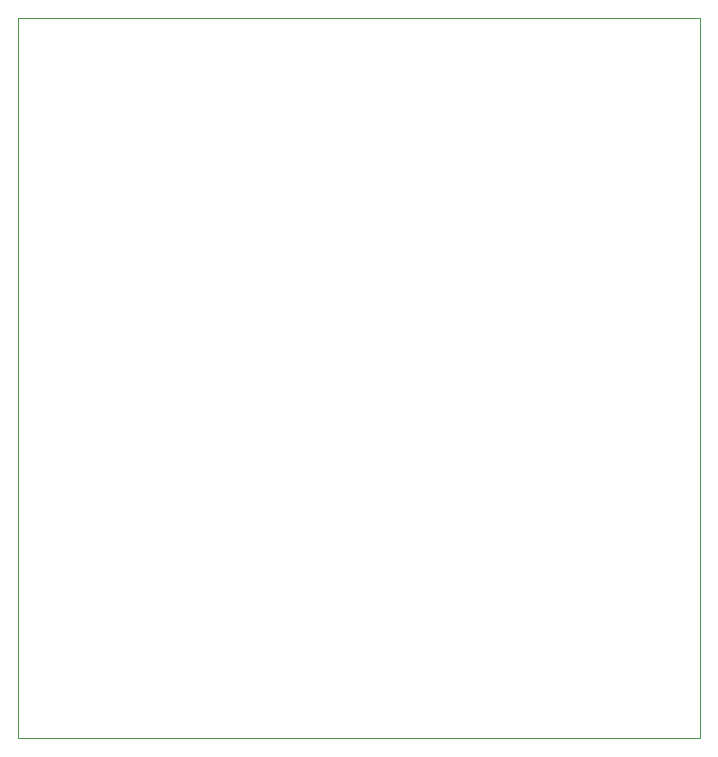
<source format=gbr>
G04 #@! TF.GenerationSoftware,KiCad,Pcbnew,7.0.10-7.0.10~ubuntu22.04.1*
G04 #@! TF.CreationDate,2024-03-13T13:14:23+01:00*
G04 #@! TF.ProjectId,vetrnik-H-bridge,76657472-6e69-46b2-9d48-2d6272696467,rev?*
G04 #@! TF.SameCoordinates,PX60e4b00PY791ddc0*
G04 #@! TF.FileFunction,Profile,NP*
%FSLAX46Y46*%
G04 Gerber Fmt 4.6, Leading zero omitted, Abs format (unit mm)*
G04 Created by KiCad (PCBNEW 7.0.10-7.0.10~ubuntu22.04.1) date 2024-03-13 13:14:23*
%MOMM*%
%LPD*%
G01*
G04 APERTURE LIST*
G04 #@! TA.AperFunction,Profile*
%ADD10C,0.100000*%
G04 #@! TD*
G04 APERTURE END LIST*
D10*
X0Y60960000D02*
X57785000Y60960000D01*
X57785000Y0D01*
X0Y0D01*
X0Y60960000D01*
M02*

</source>
